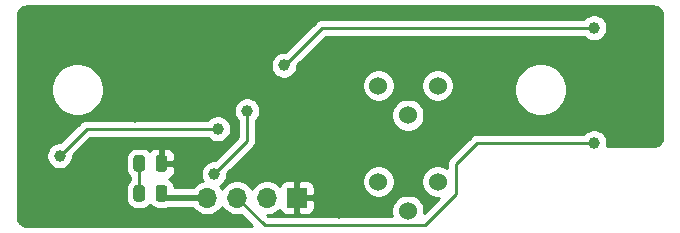
<source format=gbl>
G04 #@! TF.GenerationSoftware,KiCad,Pcbnew,(5.1.9-0-10_14)*
G04 #@! TF.CreationDate,2021-06-22T22:42:15-05:00*
G04 #@! TF.ProjectId,HallEffectXY-Endstop,48616c6c-4566-4666-9563-7458592d456e,A*
G04 #@! TF.SameCoordinates,Original*
G04 #@! TF.FileFunction,Copper,L2,Bot*
G04 #@! TF.FilePolarity,Positive*
%FSLAX46Y46*%
G04 Gerber Fmt 4.6, Leading zero omitted, Abs format (unit mm)*
G04 Created by KiCad (PCBNEW (5.1.9-0-10_14)) date 2021-06-22 22:42:15*
%MOMM*%
%LPD*%
G01*
G04 APERTURE LIST*
G04 #@! TA.AperFunction,ComponentPad*
%ADD10C,1.524000*%
G04 #@! TD*
G04 #@! TA.AperFunction,ComponentPad*
%ADD11O,1.700000X1.700000*%
G04 #@! TD*
G04 #@! TA.AperFunction,ComponentPad*
%ADD12R,1.700000X1.700000*%
G04 #@! TD*
G04 #@! TA.AperFunction,ViaPad*
%ADD13C,1.000000*%
G04 #@! TD*
G04 #@! TA.AperFunction,Conductor*
%ADD14C,0.508000*%
G04 #@! TD*
G04 #@! TA.AperFunction,Conductor*
%ADD15C,0.254000*%
G04 #@! TD*
G04 #@! TA.AperFunction,Conductor*
%ADD16C,0.100000*%
G04 #@! TD*
G04 APERTURE END LIST*
G04 #@! TA.AperFunction,SMDPad,CuDef*
G36*
G01*
X133488000Y-104535250D02*
X133488000Y-105447750D01*
G75*
G02*
X133244250Y-105691500I-243750J0D01*
G01*
X132756750Y-105691500D01*
G75*
G02*
X132513000Y-105447750I0J243750D01*
G01*
X132513000Y-104535250D01*
G75*
G02*
X132756750Y-104291500I243750J0D01*
G01*
X133244250Y-104291500D01*
G75*
G02*
X133488000Y-104535250I0J-243750D01*
G01*
G37*
G04 #@! TD.AperFunction*
G04 #@! TA.AperFunction,SMDPad,CuDef*
G36*
G01*
X135363000Y-104535250D02*
X135363000Y-105447750D01*
G75*
G02*
X135119250Y-105691500I-243750J0D01*
G01*
X134631750Y-105691500D01*
G75*
G02*
X134388000Y-105447750I0J243750D01*
G01*
X134388000Y-104535250D01*
G75*
G02*
X134631750Y-104291500I243750J0D01*
G01*
X135119250Y-104291500D01*
G75*
G02*
X135363000Y-104535250I0J-243750D01*
G01*
G37*
G04 #@! TD.AperFunction*
G04 #@! TA.AperFunction,SMDPad,CuDef*
G36*
G01*
X134388000Y-107987750D02*
X134388000Y-107075250D01*
G75*
G02*
X134631750Y-106831500I243750J0D01*
G01*
X135119250Y-106831500D01*
G75*
G02*
X135363000Y-107075250I0J-243750D01*
G01*
X135363000Y-107987750D01*
G75*
G02*
X135119250Y-108231500I-243750J0D01*
G01*
X134631750Y-108231500D01*
G75*
G02*
X134388000Y-107987750I0J243750D01*
G01*
G37*
G04 #@! TD.AperFunction*
G04 #@! TA.AperFunction,SMDPad,CuDef*
G36*
G01*
X132513000Y-107987750D02*
X132513000Y-107075250D01*
G75*
G02*
X132756750Y-106831500I243750J0D01*
G01*
X133244250Y-106831500D01*
G75*
G02*
X133488000Y-107075250I0J-243750D01*
G01*
X133488000Y-107987750D01*
G75*
G02*
X133244250Y-108231500I-243750J0D01*
G01*
X132756750Y-108231500D01*
G75*
G02*
X132513000Y-107987750I0J243750D01*
G01*
G37*
G04 #@! TD.AperFunction*
D10*
X158254000Y-106534000D03*
X155754000Y-109034000D03*
X153254000Y-106534000D03*
X158254000Y-98406000D03*
X155754000Y-100906000D03*
X153254000Y-98406000D03*
D11*
X138736000Y-107900000D03*
X141276000Y-107900000D03*
X143816000Y-107900000D03*
D12*
X146356000Y-107900000D03*
D13*
X149876500Y-101088000D03*
X124334500Y-104545000D03*
X176836000Y-93358000D03*
X144098000Y-101342000D03*
X139272000Y-96008000D03*
X133176000Y-97786000D03*
X132668000Y-101088000D03*
X149876500Y-109216000D03*
X137466000Y-105518000D03*
X130953500Y-107087000D03*
X174500000Y-102000000D03*
X139335500Y-105880500D03*
X142129500Y-100546500D03*
X171500000Y-103247000D03*
X139653000Y-102070500D03*
X126254500Y-104356500D03*
X171500000Y-93500000D03*
X145250000Y-96685800D03*
D14*
X135244000Y-107900000D02*
X134875500Y-107531500D01*
X138736000Y-107900000D02*
X135244000Y-107900000D01*
D15*
X139335500Y-105880500D02*
X142129500Y-103086500D01*
X142129500Y-103086500D02*
X142129500Y-100546500D01*
X143608000Y-110232000D02*
X141276000Y-107900000D01*
X171500000Y-103247000D02*
X161624000Y-103247000D01*
X157179000Y-110232000D02*
X143608000Y-110232000D01*
X159846000Y-107565000D02*
X157179000Y-110232000D01*
X161624000Y-103247000D02*
X159846000Y-105025000D01*
X159846000Y-105025000D02*
X159846000Y-107565000D01*
X139653000Y-102070500D02*
X129780500Y-102070500D01*
X129780500Y-102070500D02*
X128540500Y-102070500D01*
X128540500Y-102070500D02*
X126254500Y-104356500D01*
X171500000Y-93500000D02*
X148500000Y-93500000D01*
X148500000Y-93500000D02*
X145314200Y-96685800D01*
X145314200Y-96685800D02*
X145250000Y-96685800D01*
X133000500Y-107531500D02*
X133000500Y-105499500D01*
X176652785Y-91728386D02*
X176799748Y-91772757D01*
X176935297Y-91844829D01*
X177054258Y-91941852D01*
X177152118Y-92060144D01*
X177225132Y-92195181D01*
X177270529Y-92341833D01*
X177290001Y-92527101D01*
X177290000Y-102715271D01*
X177271614Y-102902784D01*
X177227243Y-103049748D01*
X177155171Y-103185297D01*
X177058148Y-103304258D01*
X176939856Y-103402118D01*
X176804819Y-103475132D01*
X176658167Y-103520529D01*
X176472908Y-103540000D01*
X172598955Y-103540000D01*
X172635000Y-103358788D01*
X172635000Y-103135212D01*
X172591383Y-102915933D01*
X172505824Y-102709376D01*
X172381612Y-102523480D01*
X172223520Y-102365388D01*
X172037624Y-102241176D01*
X171831067Y-102155617D01*
X171611788Y-102112000D01*
X171388212Y-102112000D01*
X171168933Y-102155617D01*
X170962376Y-102241176D01*
X170776480Y-102365388D01*
X170656868Y-102485000D01*
X161661423Y-102485000D01*
X161624000Y-102481314D01*
X161586577Y-102485000D01*
X161586574Y-102485000D01*
X161474622Y-102496026D01*
X161330985Y-102539598D01*
X161320731Y-102545079D01*
X161198607Y-102610355D01*
X161158394Y-102643358D01*
X161082578Y-102705578D01*
X161058716Y-102734654D01*
X159333654Y-104459716D01*
X159304578Y-104483578D01*
X159257765Y-104540621D01*
X159209355Y-104599608D01*
X159187302Y-104640867D01*
X159138598Y-104731986D01*
X159095026Y-104875623D01*
X159084000Y-104987574D01*
X159080314Y-105025000D01*
X159084000Y-105062423D01*
X159084000Y-105408432D01*
X158915727Y-105295995D01*
X158661490Y-105190686D01*
X158391592Y-105137000D01*
X158116408Y-105137000D01*
X157846510Y-105190686D01*
X157592273Y-105295995D01*
X157363465Y-105448880D01*
X157168880Y-105643465D01*
X157015995Y-105872273D01*
X156910686Y-106126510D01*
X156857000Y-106396408D01*
X156857000Y-106671592D01*
X156910686Y-106941490D01*
X157015995Y-107195727D01*
X157168880Y-107424535D01*
X157363465Y-107619120D01*
X157592273Y-107772005D01*
X157846510Y-107877314D01*
X158116408Y-107931000D01*
X158391592Y-107931000D01*
X158405046Y-107928324D01*
X157148324Y-109185046D01*
X157151000Y-109171592D01*
X157151000Y-108896408D01*
X157097314Y-108626510D01*
X156992005Y-108372273D01*
X156839120Y-108143465D01*
X156644535Y-107948880D01*
X156415727Y-107795995D01*
X156161490Y-107690686D01*
X155891592Y-107637000D01*
X155616408Y-107637000D01*
X155346510Y-107690686D01*
X155092273Y-107795995D01*
X154863465Y-107948880D01*
X154668880Y-108143465D01*
X154515995Y-108372273D01*
X154410686Y-108626510D01*
X154357000Y-108896408D01*
X154357000Y-109171592D01*
X154410686Y-109441490D01*
X154422495Y-109470000D01*
X143923631Y-109470000D01*
X143838631Y-109385000D01*
X143962260Y-109385000D01*
X144249158Y-109327932D01*
X144519411Y-109215990D01*
X144762632Y-109053475D01*
X144894487Y-108921620D01*
X144916498Y-108994180D01*
X144975463Y-109104494D01*
X145054815Y-109201185D01*
X145151506Y-109280537D01*
X145261820Y-109339502D01*
X145381518Y-109375812D01*
X145506000Y-109388072D01*
X146070250Y-109385000D01*
X146229000Y-109226250D01*
X146229000Y-108027000D01*
X146483000Y-108027000D01*
X146483000Y-109226250D01*
X146641750Y-109385000D01*
X147206000Y-109388072D01*
X147330482Y-109375812D01*
X147450180Y-109339502D01*
X147560494Y-109280537D01*
X147657185Y-109201185D01*
X147736537Y-109104494D01*
X147795502Y-108994180D01*
X147831812Y-108874482D01*
X147844072Y-108750000D01*
X147841000Y-108185750D01*
X147682250Y-108027000D01*
X146483000Y-108027000D01*
X146229000Y-108027000D01*
X146209000Y-108027000D01*
X146209000Y-107773000D01*
X146229000Y-107773000D01*
X146229000Y-106573750D01*
X146483000Y-106573750D01*
X146483000Y-107773000D01*
X147682250Y-107773000D01*
X147841000Y-107614250D01*
X147844072Y-107050000D01*
X147831812Y-106925518D01*
X147795502Y-106805820D01*
X147736537Y-106695506D01*
X147657185Y-106598815D01*
X147560494Y-106519463D01*
X147450180Y-106460498D01*
X147330482Y-106424188D01*
X147206000Y-106411928D01*
X146641750Y-106415000D01*
X146483000Y-106573750D01*
X146229000Y-106573750D01*
X146070250Y-106415000D01*
X145506000Y-106411928D01*
X145381518Y-106424188D01*
X145261820Y-106460498D01*
X145151506Y-106519463D01*
X145054815Y-106598815D01*
X144975463Y-106695506D01*
X144916498Y-106805820D01*
X144894487Y-106878380D01*
X144762632Y-106746525D01*
X144519411Y-106584010D01*
X144249158Y-106472068D01*
X143962260Y-106415000D01*
X143669740Y-106415000D01*
X143382842Y-106472068D01*
X143112589Y-106584010D01*
X142869368Y-106746525D01*
X142662525Y-106953368D01*
X142546000Y-107127760D01*
X142429475Y-106953368D01*
X142222632Y-106746525D01*
X141979411Y-106584010D01*
X141709158Y-106472068D01*
X141422260Y-106415000D01*
X141129740Y-106415000D01*
X140842842Y-106472068D01*
X140572589Y-106584010D01*
X140329368Y-106746525D01*
X140122525Y-106953368D01*
X140006000Y-107127760D01*
X139889475Y-106953368D01*
X139837279Y-106901172D01*
X139873124Y-106886324D01*
X140059020Y-106762112D01*
X140217112Y-106604020D01*
X140341324Y-106418124D01*
X140350319Y-106396408D01*
X151857000Y-106396408D01*
X151857000Y-106671592D01*
X151910686Y-106941490D01*
X152015995Y-107195727D01*
X152168880Y-107424535D01*
X152363465Y-107619120D01*
X152592273Y-107772005D01*
X152846510Y-107877314D01*
X153116408Y-107931000D01*
X153391592Y-107931000D01*
X153661490Y-107877314D01*
X153915727Y-107772005D01*
X154144535Y-107619120D01*
X154339120Y-107424535D01*
X154492005Y-107195727D01*
X154597314Y-106941490D01*
X154651000Y-106671592D01*
X154651000Y-106396408D01*
X154597314Y-106126510D01*
X154492005Y-105872273D01*
X154339120Y-105643465D01*
X154144535Y-105448880D01*
X153915727Y-105295995D01*
X153661490Y-105190686D01*
X153391592Y-105137000D01*
X153116408Y-105137000D01*
X152846510Y-105190686D01*
X152592273Y-105295995D01*
X152363465Y-105448880D01*
X152168880Y-105643465D01*
X152015995Y-105872273D01*
X151910686Y-106126510D01*
X151857000Y-106396408D01*
X140350319Y-106396408D01*
X140426883Y-106211567D01*
X140470500Y-105992288D01*
X140470500Y-105823130D01*
X142641847Y-103651783D01*
X142670922Y-103627922D01*
X142731546Y-103554051D01*
X142766145Y-103511893D01*
X142811689Y-103426685D01*
X142836902Y-103379515D01*
X142880474Y-103235878D01*
X142891500Y-103123926D01*
X142891500Y-103123923D01*
X142895186Y-103086500D01*
X142891500Y-103049077D01*
X142891500Y-101389632D01*
X143011112Y-101270020D01*
X143135324Y-101084124D01*
X143220883Y-100877567D01*
X143242595Y-100768408D01*
X154357000Y-100768408D01*
X154357000Y-101043592D01*
X154410686Y-101313490D01*
X154515995Y-101567727D01*
X154668880Y-101796535D01*
X154863465Y-101991120D01*
X155092273Y-102144005D01*
X155346510Y-102249314D01*
X155616408Y-102303000D01*
X155891592Y-102303000D01*
X156161490Y-102249314D01*
X156415727Y-102144005D01*
X156644535Y-101991120D01*
X156839120Y-101796535D01*
X156992005Y-101567727D01*
X157097314Y-101313490D01*
X157151000Y-101043592D01*
X157151000Y-100768408D01*
X157097314Y-100498510D01*
X156992005Y-100244273D01*
X156839120Y-100015465D01*
X156644535Y-99820880D01*
X156415727Y-99667995D01*
X156161490Y-99562686D01*
X155891592Y-99509000D01*
X155616408Y-99509000D01*
X155346510Y-99562686D01*
X155092273Y-99667995D01*
X154863465Y-99820880D01*
X154668880Y-100015465D01*
X154515995Y-100244273D01*
X154410686Y-100498510D01*
X154357000Y-100768408D01*
X143242595Y-100768408D01*
X143264500Y-100658288D01*
X143264500Y-100434712D01*
X143220883Y-100215433D01*
X143135324Y-100008876D01*
X143011112Y-99822980D01*
X142853020Y-99664888D01*
X142667124Y-99540676D01*
X142460567Y-99455117D01*
X142241288Y-99411500D01*
X142017712Y-99411500D01*
X141798433Y-99455117D01*
X141591876Y-99540676D01*
X141405980Y-99664888D01*
X141247888Y-99822980D01*
X141123676Y-100008876D01*
X141038117Y-100215433D01*
X140994500Y-100434712D01*
X140994500Y-100658288D01*
X141038117Y-100877567D01*
X141123676Y-101084124D01*
X141247888Y-101270020D01*
X141367501Y-101389633D01*
X141367500Y-102770870D01*
X139392870Y-104745500D01*
X139223712Y-104745500D01*
X139004433Y-104789117D01*
X138797876Y-104874676D01*
X138611980Y-104998888D01*
X138453888Y-105156980D01*
X138329676Y-105342876D01*
X138244117Y-105549433D01*
X138200500Y-105768712D01*
X138200500Y-105992288D01*
X138244117Y-106211567D01*
X138329676Y-106418124D01*
X138358344Y-106461028D01*
X138302842Y-106472068D01*
X138032589Y-106584010D01*
X137789368Y-106746525D01*
X137582525Y-106953368D01*
X137544017Y-107011000D01*
X135994744Y-107011000D01*
X135984128Y-106903215D01*
X135933947Y-106737791D01*
X135852458Y-106585336D01*
X135742792Y-106451708D01*
X135609164Y-106342042D01*
X135535593Y-106302718D01*
X135607180Y-106281002D01*
X135717494Y-106222037D01*
X135814185Y-106142685D01*
X135893537Y-106045994D01*
X135952502Y-105935680D01*
X135988812Y-105815982D01*
X136001072Y-105691500D01*
X135998000Y-105277250D01*
X135839250Y-105118500D01*
X135002500Y-105118500D01*
X135002500Y-105138500D01*
X134748500Y-105138500D01*
X134748500Y-105118500D01*
X134728500Y-105118500D01*
X134728500Y-104864500D01*
X134748500Y-104864500D01*
X134748500Y-103815250D01*
X135002500Y-103815250D01*
X135002500Y-104864500D01*
X135839250Y-104864500D01*
X135998000Y-104705750D01*
X136001072Y-104291500D01*
X135988812Y-104167018D01*
X135952502Y-104047320D01*
X135893537Y-103937006D01*
X135814185Y-103840315D01*
X135717494Y-103760963D01*
X135607180Y-103701998D01*
X135487482Y-103665688D01*
X135363000Y-103653428D01*
X135161250Y-103656500D01*
X135002500Y-103815250D01*
X134748500Y-103815250D01*
X134589750Y-103656500D01*
X134388000Y-103653428D01*
X134263518Y-103665688D01*
X134143820Y-103701998D01*
X134033506Y-103760963D01*
X133936815Y-103840315D01*
X133873008Y-103918064D01*
X133867792Y-103911708D01*
X133734164Y-103802042D01*
X133581709Y-103720553D01*
X133416285Y-103670372D01*
X133244250Y-103653428D01*
X132756750Y-103653428D01*
X132584715Y-103670372D01*
X132419291Y-103720553D01*
X132266836Y-103802042D01*
X132133208Y-103911708D01*
X132023542Y-104045336D01*
X131942053Y-104197791D01*
X131891872Y-104363215D01*
X131874928Y-104535250D01*
X131874928Y-105447750D01*
X131891872Y-105619785D01*
X131942053Y-105785209D01*
X132023542Y-105937664D01*
X132133208Y-106071292D01*
X132238501Y-106157704D01*
X132238501Y-106365296D01*
X132133208Y-106451708D01*
X132023542Y-106585336D01*
X131942053Y-106737791D01*
X131891872Y-106903215D01*
X131874928Y-107075250D01*
X131874928Y-107987750D01*
X131891872Y-108159785D01*
X131942053Y-108325209D01*
X132023542Y-108477664D01*
X132133208Y-108611292D01*
X132266836Y-108720958D01*
X132419291Y-108802447D01*
X132584715Y-108852628D01*
X132756750Y-108869572D01*
X133244250Y-108869572D01*
X133416285Y-108852628D01*
X133581709Y-108802447D01*
X133734164Y-108720958D01*
X133867792Y-108611292D01*
X133938000Y-108525744D01*
X134008208Y-108611292D01*
X134141836Y-108720958D01*
X134294291Y-108802447D01*
X134459715Y-108852628D01*
X134631750Y-108869572D01*
X135119250Y-108869572D01*
X135291285Y-108852628D01*
X135456709Y-108802447D01*
X135481867Y-108789000D01*
X137544017Y-108789000D01*
X137582525Y-108846632D01*
X137789368Y-109053475D01*
X138032589Y-109215990D01*
X138302842Y-109327932D01*
X138589740Y-109385000D01*
X138882260Y-109385000D01*
X139169158Y-109327932D01*
X139439411Y-109215990D01*
X139682632Y-109053475D01*
X139889475Y-108846632D01*
X140006000Y-108672240D01*
X140122525Y-108846632D01*
X140329368Y-109053475D01*
X140572589Y-109215990D01*
X140842842Y-109327932D01*
X141129740Y-109385000D01*
X141422260Y-109385000D01*
X141640048Y-109341679D01*
X142588369Y-110290000D01*
X123534729Y-110290000D01*
X123347216Y-110271614D01*
X123200252Y-110227243D01*
X123064703Y-110155171D01*
X122945742Y-110058148D01*
X122847882Y-109939856D01*
X122774868Y-109804819D01*
X122729471Y-109658167D01*
X122710000Y-109472908D01*
X122710000Y-104244712D01*
X125119500Y-104244712D01*
X125119500Y-104468288D01*
X125163117Y-104687567D01*
X125248676Y-104894124D01*
X125372888Y-105080020D01*
X125530980Y-105238112D01*
X125716876Y-105362324D01*
X125923433Y-105447883D01*
X126142712Y-105491500D01*
X126366288Y-105491500D01*
X126585567Y-105447883D01*
X126792124Y-105362324D01*
X126978020Y-105238112D01*
X127136112Y-105080020D01*
X127260324Y-104894124D01*
X127345883Y-104687567D01*
X127389500Y-104468288D01*
X127389500Y-104299130D01*
X128856131Y-102832500D01*
X138809868Y-102832500D01*
X138929480Y-102952112D01*
X139115376Y-103076324D01*
X139321933Y-103161883D01*
X139541212Y-103205500D01*
X139764788Y-103205500D01*
X139984067Y-103161883D01*
X140190624Y-103076324D01*
X140376520Y-102952112D01*
X140534612Y-102794020D01*
X140658824Y-102608124D01*
X140744383Y-102401567D01*
X140788000Y-102182288D01*
X140788000Y-101958712D01*
X140744383Y-101739433D01*
X140658824Y-101532876D01*
X140534612Y-101346980D01*
X140376520Y-101188888D01*
X140190624Y-101064676D01*
X139984067Y-100979117D01*
X139764788Y-100935500D01*
X139541212Y-100935500D01*
X139321933Y-100979117D01*
X139115376Y-101064676D01*
X138929480Y-101188888D01*
X138809868Y-101308500D01*
X128577922Y-101308500D01*
X128540499Y-101304814D01*
X128503076Y-101308500D01*
X128503074Y-101308500D01*
X128391122Y-101319526D01*
X128247485Y-101363098D01*
X128115108Y-101433855D01*
X127999078Y-101529078D01*
X127975221Y-101558148D01*
X126311870Y-103221500D01*
X126142712Y-103221500D01*
X125923433Y-103265117D01*
X125716876Y-103350676D01*
X125530980Y-103474888D01*
X125372888Y-103632980D01*
X125248676Y-103818876D01*
X125163117Y-104025433D01*
X125119500Y-104244712D01*
X122710000Y-104244712D01*
X122710000Y-98529872D01*
X125515000Y-98529872D01*
X125515000Y-98970128D01*
X125600890Y-99401925D01*
X125769369Y-99808669D01*
X126013962Y-100174729D01*
X126325271Y-100486038D01*
X126691331Y-100730631D01*
X127098075Y-100899110D01*
X127529872Y-100985000D01*
X127970128Y-100985000D01*
X128401925Y-100899110D01*
X128808669Y-100730631D01*
X129174729Y-100486038D01*
X129486038Y-100174729D01*
X129730631Y-99808669D01*
X129899110Y-99401925D01*
X129985000Y-98970128D01*
X129985000Y-98529872D01*
X129932992Y-98268408D01*
X151857000Y-98268408D01*
X151857000Y-98543592D01*
X151910686Y-98813490D01*
X152015995Y-99067727D01*
X152168880Y-99296535D01*
X152363465Y-99491120D01*
X152592273Y-99644005D01*
X152846510Y-99749314D01*
X153116408Y-99803000D01*
X153391592Y-99803000D01*
X153661490Y-99749314D01*
X153915727Y-99644005D01*
X154144535Y-99491120D01*
X154339120Y-99296535D01*
X154492005Y-99067727D01*
X154597314Y-98813490D01*
X154651000Y-98543592D01*
X154651000Y-98268408D01*
X156857000Y-98268408D01*
X156857000Y-98543592D01*
X156910686Y-98813490D01*
X157015995Y-99067727D01*
X157168880Y-99296535D01*
X157363465Y-99491120D01*
X157592273Y-99644005D01*
X157846510Y-99749314D01*
X158116408Y-99803000D01*
X158391592Y-99803000D01*
X158661490Y-99749314D01*
X158915727Y-99644005D01*
X159144535Y-99491120D01*
X159339120Y-99296535D01*
X159492005Y-99067727D01*
X159597314Y-98813490D01*
X159651000Y-98543592D01*
X159651000Y-98529872D01*
X164765000Y-98529872D01*
X164765000Y-98970128D01*
X164850890Y-99401925D01*
X165019369Y-99808669D01*
X165263962Y-100174729D01*
X165575271Y-100486038D01*
X165941331Y-100730631D01*
X166348075Y-100899110D01*
X166779872Y-100985000D01*
X167220128Y-100985000D01*
X167651925Y-100899110D01*
X168058669Y-100730631D01*
X168424729Y-100486038D01*
X168736038Y-100174729D01*
X168980631Y-99808669D01*
X169149110Y-99401925D01*
X169235000Y-98970128D01*
X169235000Y-98529872D01*
X169149110Y-98098075D01*
X168980631Y-97691331D01*
X168736038Y-97325271D01*
X168424729Y-97013962D01*
X168058669Y-96769369D01*
X167651925Y-96600890D01*
X167220128Y-96515000D01*
X166779872Y-96515000D01*
X166348075Y-96600890D01*
X165941331Y-96769369D01*
X165575271Y-97013962D01*
X165263962Y-97325271D01*
X165019369Y-97691331D01*
X164850890Y-98098075D01*
X164765000Y-98529872D01*
X159651000Y-98529872D01*
X159651000Y-98268408D01*
X159597314Y-97998510D01*
X159492005Y-97744273D01*
X159339120Y-97515465D01*
X159144535Y-97320880D01*
X158915727Y-97167995D01*
X158661490Y-97062686D01*
X158391592Y-97009000D01*
X158116408Y-97009000D01*
X157846510Y-97062686D01*
X157592273Y-97167995D01*
X157363465Y-97320880D01*
X157168880Y-97515465D01*
X157015995Y-97744273D01*
X156910686Y-97998510D01*
X156857000Y-98268408D01*
X154651000Y-98268408D01*
X154597314Y-97998510D01*
X154492005Y-97744273D01*
X154339120Y-97515465D01*
X154144535Y-97320880D01*
X153915727Y-97167995D01*
X153661490Y-97062686D01*
X153391592Y-97009000D01*
X153116408Y-97009000D01*
X152846510Y-97062686D01*
X152592273Y-97167995D01*
X152363465Y-97320880D01*
X152168880Y-97515465D01*
X152015995Y-97744273D01*
X151910686Y-97998510D01*
X151857000Y-98268408D01*
X129932992Y-98268408D01*
X129899110Y-98098075D01*
X129730631Y-97691331D01*
X129486038Y-97325271D01*
X129174729Y-97013962D01*
X128808669Y-96769369D01*
X128401925Y-96600890D01*
X128266801Y-96574012D01*
X144115000Y-96574012D01*
X144115000Y-96797588D01*
X144158617Y-97016867D01*
X144244176Y-97223424D01*
X144368388Y-97409320D01*
X144526480Y-97567412D01*
X144712376Y-97691624D01*
X144918933Y-97777183D01*
X145138212Y-97820800D01*
X145361788Y-97820800D01*
X145581067Y-97777183D01*
X145787624Y-97691624D01*
X145973520Y-97567412D01*
X146131612Y-97409320D01*
X146255824Y-97223424D01*
X146341383Y-97016867D01*
X146385000Y-96797588D01*
X146385000Y-96692630D01*
X148815630Y-94262000D01*
X170656868Y-94262000D01*
X170776480Y-94381612D01*
X170962376Y-94505824D01*
X171168933Y-94591383D01*
X171388212Y-94635000D01*
X171611788Y-94635000D01*
X171831067Y-94591383D01*
X172037624Y-94505824D01*
X172223520Y-94381612D01*
X172381612Y-94223520D01*
X172505824Y-94037624D01*
X172591383Y-93831067D01*
X172635000Y-93611788D01*
X172635000Y-93388212D01*
X172591383Y-93168933D01*
X172505824Y-92962376D01*
X172381612Y-92776480D01*
X172223520Y-92618388D01*
X172037624Y-92494176D01*
X171831067Y-92408617D01*
X171611788Y-92365000D01*
X171388212Y-92365000D01*
X171168933Y-92408617D01*
X170962376Y-92494176D01*
X170776480Y-92618388D01*
X170656868Y-92738000D01*
X148537423Y-92738000D01*
X148500000Y-92734314D01*
X148462577Y-92738000D01*
X148462574Y-92738000D01*
X148350622Y-92749026D01*
X148206985Y-92792598D01*
X148145851Y-92825275D01*
X148074607Y-92863355D01*
X148056665Y-92878080D01*
X147958578Y-92958578D01*
X147934716Y-92987654D01*
X145369947Y-95552423D01*
X145361788Y-95550800D01*
X145138212Y-95550800D01*
X144918933Y-95594417D01*
X144712376Y-95679976D01*
X144526480Y-95804188D01*
X144368388Y-95962280D01*
X144244176Y-96148176D01*
X144158617Y-96354733D01*
X144115000Y-96574012D01*
X128266801Y-96574012D01*
X127970128Y-96515000D01*
X127529872Y-96515000D01*
X127098075Y-96600890D01*
X126691331Y-96769369D01*
X126325271Y-97013962D01*
X126013962Y-97325271D01*
X125769369Y-97691331D01*
X125600890Y-98098075D01*
X125515000Y-98529872D01*
X122710000Y-98529872D01*
X122710000Y-92534729D01*
X122728386Y-92347215D01*
X122772757Y-92200252D01*
X122844829Y-92064703D01*
X122941852Y-91945742D01*
X123060144Y-91847882D01*
X123195181Y-91774868D01*
X123341833Y-91729471D01*
X123527092Y-91710000D01*
X176465271Y-91710000D01*
X176652785Y-91728386D01*
G04 #@! TA.AperFunction,Conductor*
D16*
G36*
X176652785Y-91728386D02*
G01*
X176799748Y-91772757D01*
X176935297Y-91844829D01*
X177054258Y-91941852D01*
X177152118Y-92060144D01*
X177225132Y-92195181D01*
X177270529Y-92341833D01*
X177290001Y-92527101D01*
X177290000Y-102715271D01*
X177271614Y-102902784D01*
X177227243Y-103049748D01*
X177155171Y-103185297D01*
X177058148Y-103304258D01*
X176939856Y-103402118D01*
X176804819Y-103475132D01*
X176658167Y-103520529D01*
X176472908Y-103540000D01*
X172598955Y-103540000D01*
X172635000Y-103358788D01*
X172635000Y-103135212D01*
X172591383Y-102915933D01*
X172505824Y-102709376D01*
X172381612Y-102523480D01*
X172223520Y-102365388D01*
X172037624Y-102241176D01*
X171831067Y-102155617D01*
X171611788Y-102112000D01*
X171388212Y-102112000D01*
X171168933Y-102155617D01*
X170962376Y-102241176D01*
X170776480Y-102365388D01*
X170656868Y-102485000D01*
X161661423Y-102485000D01*
X161624000Y-102481314D01*
X161586577Y-102485000D01*
X161586574Y-102485000D01*
X161474622Y-102496026D01*
X161330985Y-102539598D01*
X161320731Y-102545079D01*
X161198607Y-102610355D01*
X161158394Y-102643358D01*
X161082578Y-102705578D01*
X161058716Y-102734654D01*
X159333654Y-104459716D01*
X159304578Y-104483578D01*
X159257765Y-104540621D01*
X159209355Y-104599608D01*
X159187302Y-104640867D01*
X159138598Y-104731986D01*
X159095026Y-104875623D01*
X159084000Y-104987574D01*
X159080314Y-105025000D01*
X159084000Y-105062423D01*
X159084000Y-105408432D01*
X158915727Y-105295995D01*
X158661490Y-105190686D01*
X158391592Y-105137000D01*
X158116408Y-105137000D01*
X157846510Y-105190686D01*
X157592273Y-105295995D01*
X157363465Y-105448880D01*
X157168880Y-105643465D01*
X157015995Y-105872273D01*
X156910686Y-106126510D01*
X156857000Y-106396408D01*
X156857000Y-106671592D01*
X156910686Y-106941490D01*
X157015995Y-107195727D01*
X157168880Y-107424535D01*
X157363465Y-107619120D01*
X157592273Y-107772005D01*
X157846510Y-107877314D01*
X158116408Y-107931000D01*
X158391592Y-107931000D01*
X158405046Y-107928324D01*
X157148324Y-109185046D01*
X157151000Y-109171592D01*
X157151000Y-108896408D01*
X157097314Y-108626510D01*
X156992005Y-108372273D01*
X156839120Y-108143465D01*
X156644535Y-107948880D01*
X156415727Y-107795995D01*
X156161490Y-107690686D01*
X155891592Y-107637000D01*
X155616408Y-107637000D01*
X155346510Y-107690686D01*
X155092273Y-107795995D01*
X154863465Y-107948880D01*
X154668880Y-108143465D01*
X154515995Y-108372273D01*
X154410686Y-108626510D01*
X154357000Y-108896408D01*
X154357000Y-109171592D01*
X154410686Y-109441490D01*
X154422495Y-109470000D01*
X143923631Y-109470000D01*
X143838631Y-109385000D01*
X143962260Y-109385000D01*
X144249158Y-109327932D01*
X144519411Y-109215990D01*
X144762632Y-109053475D01*
X144894487Y-108921620D01*
X144916498Y-108994180D01*
X144975463Y-109104494D01*
X145054815Y-109201185D01*
X145151506Y-109280537D01*
X145261820Y-109339502D01*
X145381518Y-109375812D01*
X145506000Y-109388072D01*
X146070250Y-109385000D01*
X146229000Y-109226250D01*
X146229000Y-108027000D01*
X146483000Y-108027000D01*
X146483000Y-109226250D01*
X146641750Y-109385000D01*
X147206000Y-109388072D01*
X147330482Y-109375812D01*
X147450180Y-109339502D01*
X147560494Y-109280537D01*
X147657185Y-109201185D01*
X147736537Y-109104494D01*
X147795502Y-108994180D01*
X147831812Y-108874482D01*
X147844072Y-108750000D01*
X147841000Y-108185750D01*
X147682250Y-108027000D01*
X146483000Y-108027000D01*
X146229000Y-108027000D01*
X146209000Y-108027000D01*
X146209000Y-107773000D01*
X146229000Y-107773000D01*
X146229000Y-106573750D01*
X146483000Y-106573750D01*
X146483000Y-107773000D01*
X147682250Y-107773000D01*
X147841000Y-107614250D01*
X147844072Y-107050000D01*
X147831812Y-106925518D01*
X147795502Y-106805820D01*
X147736537Y-106695506D01*
X147657185Y-106598815D01*
X147560494Y-106519463D01*
X147450180Y-106460498D01*
X147330482Y-106424188D01*
X147206000Y-106411928D01*
X146641750Y-106415000D01*
X146483000Y-106573750D01*
X146229000Y-106573750D01*
X146070250Y-106415000D01*
X145506000Y-106411928D01*
X145381518Y-106424188D01*
X145261820Y-106460498D01*
X145151506Y-106519463D01*
X145054815Y-106598815D01*
X144975463Y-106695506D01*
X144916498Y-106805820D01*
X144894487Y-106878380D01*
X144762632Y-106746525D01*
X144519411Y-106584010D01*
X144249158Y-106472068D01*
X143962260Y-106415000D01*
X143669740Y-106415000D01*
X143382842Y-106472068D01*
X143112589Y-106584010D01*
X142869368Y-106746525D01*
X142662525Y-106953368D01*
X142546000Y-107127760D01*
X142429475Y-106953368D01*
X142222632Y-106746525D01*
X141979411Y-106584010D01*
X141709158Y-106472068D01*
X141422260Y-106415000D01*
X141129740Y-106415000D01*
X140842842Y-106472068D01*
X140572589Y-106584010D01*
X140329368Y-106746525D01*
X140122525Y-106953368D01*
X140006000Y-107127760D01*
X139889475Y-106953368D01*
X139837279Y-106901172D01*
X139873124Y-106886324D01*
X140059020Y-106762112D01*
X140217112Y-106604020D01*
X140341324Y-106418124D01*
X140350319Y-106396408D01*
X151857000Y-106396408D01*
X151857000Y-106671592D01*
X151910686Y-106941490D01*
X152015995Y-107195727D01*
X152168880Y-107424535D01*
X152363465Y-107619120D01*
X152592273Y-107772005D01*
X152846510Y-107877314D01*
X153116408Y-107931000D01*
X153391592Y-107931000D01*
X153661490Y-107877314D01*
X153915727Y-107772005D01*
X154144535Y-107619120D01*
X154339120Y-107424535D01*
X154492005Y-107195727D01*
X154597314Y-106941490D01*
X154651000Y-106671592D01*
X154651000Y-106396408D01*
X154597314Y-106126510D01*
X154492005Y-105872273D01*
X154339120Y-105643465D01*
X154144535Y-105448880D01*
X153915727Y-105295995D01*
X153661490Y-105190686D01*
X153391592Y-105137000D01*
X153116408Y-105137000D01*
X152846510Y-105190686D01*
X152592273Y-105295995D01*
X152363465Y-105448880D01*
X152168880Y-105643465D01*
X152015995Y-105872273D01*
X151910686Y-106126510D01*
X151857000Y-106396408D01*
X140350319Y-106396408D01*
X140426883Y-106211567D01*
X140470500Y-105992288D01*
X140470500Y-105823130D01*
X142641847Y-103651783D01*
X142670922Y-103627922D01*
X142731546Y-103554051D01*
X142766145Y-103511893D01*
X142811689Y-103426685D01*
X142836902Y-103379515D01*
X142880474Y-103235878D01*
X142891500Y-103123926D01*
X142891500Y-103123923D01*
X142895186Y-103086500D01*
X142891500Y-103049077D01*
X142891500Y-101389632D01*
X143011112Y-101270020D01*
X143135324Y-101084124D01*
X143220883Y-100877567D01*
X143242595Y-100768408D01*
X154357000Y-100768408D01*
X154357000Y-101043592D01*
X154410686Y-101313490D01*
X154515995Y-101567727D01*
X154668880Y-101796535D01*
X154863465Y-101991120D01*
X155092273Y-102144005D01*
X155346510Y-102249314D01*
X155616408Y-102303000D01*
X155891592Y-102303000D01*
X156161490Y-102249314D01*
X156415727Y-102144005D01*
X156644535Y-101991120D01*
X156839120Y-101796535D01*
X156992005Y-101567727D01*
X157097314Y-101313490D01*
X157151000Y-101043592D01*
X157151000Y-100768408D01*
X157097314Y-100498510D01*
X156992005Y-100244273D01*
X156839120Y-100015465D01*
X156644535Y-99820880D01*
X156415727Y-99667995D01*
X156161490Y-99562686D01*
X155891592Y-99509000D01*
X155616408Y-99509000D01*
X155346510Y-99562686D01*
X155092273Y-99667995D01*
X154863465Y-99820880D01*
X154668880Y-100015465D01*
X154515995Y-100244273D01*
X154410686Y-100498510D01*
X154357000Y-100768408D01*
X143242595Y-100768408D01*
X143264500Y-100658288D01*
X143264500Y-100434712D01*
X143220883Y-100215433D01*
X143135324Y-100008876D01*
X143011112Y-99822980D01*
X142853020Y-99664888D01*
X142667124Y-99540676D01*
X142460567Y-99455117D01*
X142241288Y-99411500D01*
X142017712Y-99411500D01*
X141798433Y-99455117D01*
X141591876Y-99540676D01*
X141405980Y-99664888D01*
X141247888Y-99822980D01*
X141123676Y-100008876D01*
X141038117Y-100215433D01*
X140994500Y-100434712D01*
X140994500Y-100658288D01*
X141038117Y-100877567D01*
X141123676Y-101084124D01*
X141247888Y-101270020D01*
X141367501Y-101389633D01*
X141367500Y-102770870D01*
X139392870Y-104745500D01*
X139223712Y-104745500D01*
X139004433Y-104789117D01*
X138797876Y-104874676D01*
X138611980Y-104998888D01*
X138453888Y-105156980D01*
X138329676Y-105342876D01*
X138244117Y-105549433D01*
X138200500Y-105768712D01*
X138200500Y-105992288D01*
X138244117Y-106211567D01*
X138329676Y-106418124D01*
X138358344Y-106461028D01*
X138302842Y-106472068D01*
X138032589Y-106584010D01*
X137789368Y-106746525D01*
X137582525Y-106953368D01*
X137544017Y-107011000D01*
X135994744Y-107011000D01*
X135984128Y-106903215D01*
X135933947Y-106737791D01*
X135852458Y-106585336D01*
X135742792Y-106451708D01*
X135609164Y-106342042D01*
X135535593Y-106302718D01*
X135607180Y-106281002D01*
X135717494Y-106222037D01*
X135814185Y-106142685D01*
X135893537Y-106045994D01*
X135952502Y-105935680D01*
X135988812Y-105815982D01*
X136001072Y-105691500D01*
X135998000Y-105277250D01*
X135839250Y-105118500D01*
X135002500Y-105118500D01*
X135002500Y-105138500D01*
X134748500Y-105138500D01*
X134748500Y-105118500D01*
X134728500Y-105118500D01*
X134728500Y-104864500D01*
X134748500Y-104864500D01*
X134748500Y-103815250D01*
X135002500Y-103815250D01*
X135002500Y-104864500D01*
X135839250Y-104864500D01*
X135998000Y-104705750D01*
X136001072Y-104291500D01*
X135988812Y-104167018D01*
X135952502Y-104047320D01*
X135893537Y-103937006D01*
X135814185Y-103840315D01*
X135717494Y-103760963D01*
X135607180Y-103701998D01*
X135487482Y-103665688D01*
X135363000Y-103653428D01*
X135161250Y-103656500D01*
X135002500Y-103815250D01*
X134748500Y-103815250D01*
X134589750Y-103656500D01*
X134388000Y-103653428D01*
X134263518Y-103665688D01*
X134143820Y-103701998D01*
X134033506Y-103760963D01*
X133936815Y-103840315D01*
X133873008Y-103918064D01*
X133867792Y-103911708D01*
X133734164Y-103802042D01*
X133581709Y-103720553D01*
X133416285Y-103670372D01*
X133244250Y-103653428D01*
X132756750Y-103653428D01*
X132584715Y-103670372D01*
X132419291Y-103720553D01*
X132266836Y-103802042D01*
X132133208Y-103911708D01*
X132023542Y-104045336D01*
X131942053Y-104197791D01*
X131891872Y-104363215D01*
X131874928Y-104535250D01*
X131874928Y-105447750D01*
X131891872Y-105619785D01*
X131942053Y-105785209D01*
X132023542Y-105937664D01*
X132133208Y-106071292D01*
X132238501Y-106157704D01*
X132238501Y-106365296D01*
X132133208Y-106451708D01*
X132023542Y-106585336D01*
X131942053Y-106737791D01*
X131891872Y-106903215D01*
X131874928Y-107075250D01*
X131874928Y-107987750D01*
X131891872Y-108159785D01*
X131942053Y-108325209D01*
X132023542Y-108477664D01*
X132133208Y-108611292D01*
X132266836Y-108720958D01*
X132419291Y-108802447D01*
X132584715Y-108852628D01*
X132756750Y-108869572D01*
X133244250Y-108869572D01*
X133416285Y-108852628D01*
X133581709Y-108802447D01*
X133734164Y-108720958D01*
X133867792Y-108611292D01*
X133938000Y-108525744D01*
X134008208Y-108611292D01*
X134141836Y-108720958D01*
X134294291Y-108802447D01*
X134459715Y-108852628D01*
X134631750Y-108869572D01*
X135119250Y-108869572D01*
X135291285Y-108852628D01*
X135456709Y-108802447D01*
X135481867Y-108789000D01*
X137544017Y-108789000D01*
X137582525Y-108846632D01*
X137789368Y-109053475D01*
X138032589Y-109215990D01*
X138302842Y-109327932D01*
X138589740Y-109385000D01*
X138882260Y-109385000D01*
X139169158Y-109327932D01*
X139439411Y-109215990D01*
X139682632Y-109053475D01*
X139889475Y-108846632D01*
X140006000Y-108672240D01*
X140122525Y-108846632D01*
X140329368Y-109053475D01*
X140572589Y-109215990D01*
X140842842Y-109327932D01*
X141129740Y-109385000D01*
X141422260Y-109385000D01*
X141640048Y-109341679D01*
X142588369Y-110290000D01*
X123534729Y-110290000D01*
X123347216Y-110271614D01*
X123200252Y-110227243D01*
X123064703Y-110155171D01*
X122945742Y-110058148D01*
X122847882Y-109939856D01*
X122774868Y-109804819D01*
X122729471Y-109658167D01*
X122710000Y-109472908D01*
X122710000Y-104244712D01*
X125119500Y-104244712D01*
X125119500Y-104468288D01*
X125163117Y-104687567D01*
X125248676Y-104894124D01*
X125372888Y-105080020D01*
X125530980Y-105238112D01*
X125716876Y-105362324D01*
X125923433Y-105447883D01*
X126142712Y-105491500D01*
X126366288Y-105491500D01*
X126585567Y-105447883D01*
X126792124Y-105362324D01*
X126978020Y-105238112D01*
X127136112Y-105080020D01*
X127260324Y-104894124D01*
X127345883Y-104687567D01*
X127389500Y-104468288D01*
X127389500Y-104299130D01*
X128856131Y-102832500D01*
X138809868Y-102832500D01*
X138929480Y-102952112D01*
X139115376Y-103076324D01*
X139321933Y-103161883D01*
X139541212Y-103205500D01*
X139764788Y-103205500D01*
X139984067Y-103161883D01*
X140190624Y-103076324D01*
X140376520Y-102952112D01*
X140534612Y-102794020D01*
X140658824Y-102608124D01*
X140744383Y-102401567D01*
X140788000Y-102182288D01*
X140788000Y-101958712D01*
X140744383Y-101739433D01*
X140658824Y-101532876D01*
X140534612Y-101346980D01*
X140376520Y-101188888D01*
X140190624Y-101064676D01*
X139984067Y-100979117D01*
X139764788Y-100935500D01*
X139541212Y-100935500D01*
X139321933Y-100979117D01*
X139115376Y-101064676D01*
X138929480Y-101188888D01*
X138809868Y-101308500D01*
X128577922Y-101308500D01*
X128540499Y-101304814D01*
X128503076Y-101308500D01*
X128503074Y-101308500D01*
X128391122Y-101319526D01*
X128247485Y-101363098D01*
X128115108Y-101433855D01*
X127999078Y-101529078D01*
X127975221Y-101558148D01*
X126311870Y-103221500D01*
X126142712Y-103221500D01*
X125923433Y-103265117D01*
X125716876Y-103350676D01*
X125530980Y-103474888D01*
X125372888Y-103632980D01*
X125248676Y-103818876D01*
X125163117Y-104025433D01*
X125119500Y-104244712D01*
X122710000Y-104244712D01*
X122710000Y-98529872D01*
X125515000Y-98529872D01*
X125515000Y-98970128D01*
X125600890Y-99401925D01*
X125769369Y-99808669D01*
X126013962Y-100174729D01*
X126325271Y-100486038D01*
X126691331Y-100730631D01*
X127098075Y-100899110D01*
X127529872Y-100985000D01*
X127970128Y-100985000D01*
X128401925Y-100899110D01*
X128808669Y-100730631D01*
X129174729Y-100486038D01*
X129486038Y-100174729D01*
X129730631Y-99808669D01*
X129899110Y-99401925D01*
X129985000Y-98970128D01*
X129985000Y-98529872D01*
X129932992Y-98268408D01*
X151857000Y-98268408D01*
X151857000Y-98543592D01*
X151910686Y-98813490D01*
X152015995Y-99067727D01*
X152168880Y-99296535D01*
X152363465Y-99491120D01*
X152592273Y-99644005D01*
X152846510Y-99749314D01*
X153116408Y-99803000D01*
X153391592Y-99803000D01*
X153661490Y-99749314D01*
X153915727Y-99644005D01*
X154144535Y-99491120D01*
X154339120Y-99296535D01*
X154492005Y-99067727D01*
X154597314Y-98813490D01*
X154651000Y-98543592D01*
X154651000Y-98268408D01*
X156857000Y-98268408D01*
X156857000Y-98543592D01*
X156910686Y-98813490D01*
X157015995Y-99067727D01*
X157168880Y-99296535D01*
X157363465Y-99491120D01*
X157592273Y-99644005D01*
X157846510Y-99749314D01*
X158116408Y-99803000D01*
X158391592Y-99803000D01*
X158661490Y-99749314D01*
X158915727Y-99644005D01*
X159144535Y-99491120D01*
X159339120Y-99296535D01*
X159492005Y-99067727D01*
X159597314Y-98813490D01*
X159651000Y-98543592D01*
X159651000Y-98529872D01*
X164765000Y-98529872D01*
X164765000Y-98970128D01*
X164850890Y-99401925D01*
X165019369Y-99808669D01*
X165263962Y-100174729D01*
X165575271Y-100486038D01*
X165941331Y-100730631D01*
X166348075Y-100899110D01*
X166779872Y-100985000D01*
X167220128Y-100985000D01*
X167651925Y-100899110D01*
X168058669Y-100730631D01*
X168424729Y-100486038D01*
X168736038Y-100174729D01*
X168980631Y-99808669D01*
X169149110Y-99401925D01*
X169235000Y-98970128D01*
X169235000Y-98529872D01*
X169149110Y-98098075D01*
X168980631Y-97691331D01*
X168736038Y-97325271D01*
X168424729Y-97013962D01*
X168058669Y-96769369D01*
X167651925Y-96600890D01*
X167220128Y-96515000D01*
X166779872Y-96515000D01*
X166348075Y-96600890D01*
X165941331Y-96769369D01*
X165575271Y-97013962D01*
X165263962Y-97325271D01*
X165019369Y-97691331D01*
X164850890Y-98098075D01*
X164765000Y-98529872D01*
X159651000Y-98529872D01*
X159651000Y-98268408D01*
X159597314Y-97998510D01*
X159492005Y-97744273D01*
X159339120Y-97515465D01*
X159144535Y-97320880D01*
X158915727Y-97167995D01*
X158661490Y-97062686D01*
X158391592Y-97009000D01*
X158116408Y-97009000D01*
X157846510Y-97062686D01*
X157592273Y-97167995D01*
X157363465Y-97320880D01*
X157168880Y-97515465D01*
X157015995Y-97744273D01*
X156910686Y-97998510D01*
X156857000Y-98268408D01*
X154651000Y-98268408D01*
X154597314Y-97998510D01*
X154492005Y-97744273D01*
X154339120Y-97515465D01*
X154144535Y-97320880D01*
X153915727Y-97167995D01*
X153661490Y-97062686D01*
X153391592Y-97009000D01*
X153116408Y-97009000D01*
X152846510Y-97062686D01*
X152592273Y-97167995D01*
X152363465Y-97320880D01*
X152168880Y-97515465D01*
X152015995Y-97744273D01*
X151910686Y-97998510D01*
X151857000Y-98268408D01*
X129932992Y-98268408D01*
X129899110Y-98098075D01*
X129730631Y-97691331D01*
X129486038Y-97325271D01*
X129174729Y-97013962D01*
X128808669Y-96769369D01*
X128401925Y-96600890D01*
X128266801Y-96574012D01*
X144115000Y-96574012D01*
X144115000Y-96797588D01*
X144158617Y-97016867D01*
X144244176Y-97223424D01*
X144368388Y-97409320D01*
X144526480Y-97567412D01*
X144712376Y-97691624D01*
X144918933Y-97777183D01*
X145138212Y-97820800D01*
X145361788Y-97820800D01*
X145581067Y-97777183D01*
X145787624Y-97691624D01*
X145973520Y-97567412D01*
X146131612Y-97409320D01*
X146255824Y-97223424D01*
X146341383Y-97016867D01*
X146385000Y-96797588D01*
X146385000Y-96692630D01*
X148815630Y-94262000D01*
X170656868Y-94262000D01*
X170776480Y-94381612D01*
X170962376Y-94505824D01*
X171168933Y-94591383D01*
X171388212Y-94635000D01*
X171611788Y-94635000D01*
X171831067Y-94591383D01*
X172037624Y-94505824D01*
X172223520Y-94381612D01*
X172381612Y-94223520D01*
X172505824Y-94037624D01*
X172591383Y-93831067D01*
X172635000Y-93611788D01*
X172635000Y-93388212D01*
X172591383Y-93168933D01*
X172505824Y-92962376D01*
X172381612Y-92776480D01*
X172223520Y-92618388D01*
X172037624Y-92494176D01*
X171831067Y-92408617D01*
X171611788Y-92365000D01*
X171388212Y-92365000D01*
X171168933Y-92408617D01*
X170962376Y-92494176D01*
X170776480Y-92618388D01*
X170656868Y-92738000D01*
X148537423Y-92738000D01*
X148500000Y-92734314D01*
X148462577Y-92738000D01*
X148462574Y-92738000D01*
X148350622Y-92749026D01*
X148206985Y-92792598D01*
X148145851Y-92825275D01*
X148074607Y-92863355D01*
X148056665Y-92878080D01*
X147958578Y-92958578D01*
X147934716Y-92987654D01*
X145369947Y-95552423D01*
X145361788Y-95550800D01*
X145138212Y-95550800D01*
X144918933Y-95594417D01*
X144712376Y-95679976D01*
X144526480Y-95804188D01*
X144368388Y-95962280D01*
X144244176Y-96148176D01*
X144158617Y-96354733D01*
X144115000Y-96574012D01*
X128266801Y-96574012D01*
X127970128Y-96515000D01*
X127529872Y-96515000D01*
X127098075Y-96600890D01*
X126691331Y-96769369D01*
X126325271Y-97013962D01*
X126013962Y-97325271D01*
X125769369Y-97691331D01*
X125600890Y-98098075D01*
X125515000Y-98529872D01*
X122710000Y-98529872D01*
X122710000Y-92534729D01*
X122728386Y-92347215D01*
X122772757Y-92200252D01*
X122844829Y-92064703D01*
X122941852Y-91945742D01*
X123060144Y-91847882D01*
X123195181Y-91774868D01*
X123341833Y-91729471D01*
X123527092Y-91710000D01*
X176465271Y-91710000D01*
X176652785Y-91728386D01*
G37*
G04 #@! TD.AperFunction*
M02*

</source>
